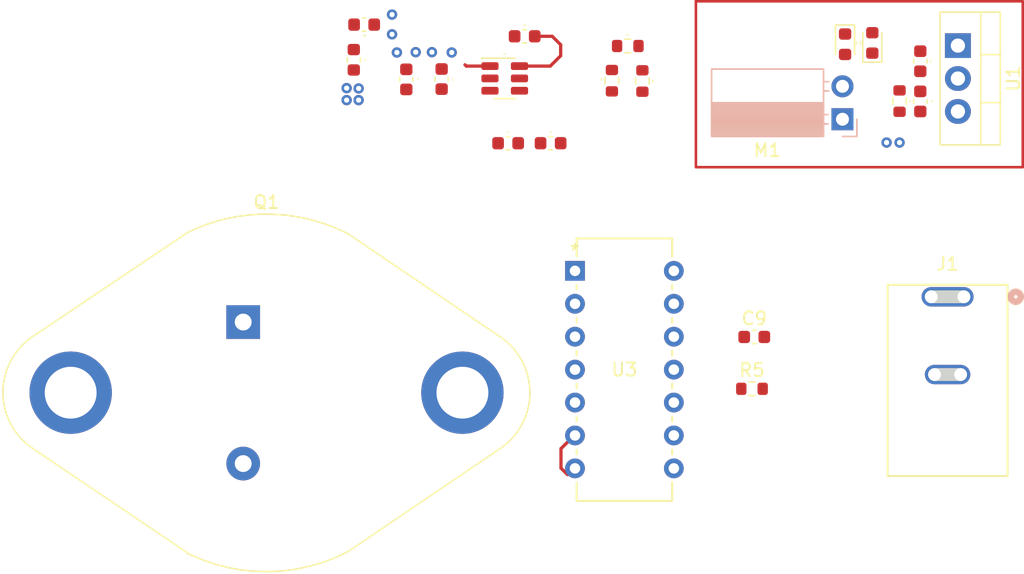
<source format=kicad_pcb>
(kicad_pcb (version 20221018) (generator pcbnew)
  (layers (0 "F.Cu" signal) (31 "B.Cu" signal) (34 "B.Paste" user) (35 "F.Paste" user) (36 "B.SilkS" user "B.Silkscreen") (37 "F.SilkS" user "F.Silkscreen") (38 "B.Mask" user) (39 "F.Mask" user) (44 "Edge.Cuts" user))
  (net 0 "")
  (net 1 "+24V")
  (net 2 "GND")
  (net 3 "+12V")
  (net 4 "Net-(U2-SW)")
  (net 5 "Net-(U2-BOOT)")
  (net 6 "/+V")
  (net 7 "Net-(C8-Pad2)")
  (net 8 "/comp")
  (net 9 "Net-(C9-Pad2)")
  (net 10 "Net-(LED1-Pad2)")
  (net 11 "/V_out")
  (net 12 "/I_Lim")
  (net 13 "Net-(U2-EN)")
  (net 14 "Net-(R4-Pad1)")
  (net 15 "Net-(R5-Pad2)")
  (net 17 "/I_sen")
  (net 18 "/NInverting")
  (footprint "Capacitor_SMD:C_0603_1608Metric" (layer "F.Cu") (at 160.425 86.15)
    (fp_text reference "C7" (at 0 -0.85) (layer "F.SilkS") (effects (font (size 0.1 0.1) (thickness 0.025))))
    (fp_text value "22uF")
    (fp_line (start -0.14058 -0.51) (end 0.14058 -0.51) (stroke (width 0.12)) (layer "F.SilkS"))
    (fp_line (start -0.14058 0.51) (end 0.14058 0.51) (stroke (width 0.12)) (layer "F.SilkS"))
    (pad "1" smd roundrect (at -0.775 0) (size 0.9 0.95) (layers "F.Cu" "F.Paste" "F.Mask") (net 2 "GND"))
    (pad "2" smd roundrect (at 0.775 0) (size 0.9 0.95) (layers "F.Cu" "F.Paste" "F.Mask") (net 6 "/+V"))
  )
  (footprint "Package_TO_SOT_THT:TO-3" (layer "F.Cu") (at 140 99.95)
    (fp_text reference "Q1" (at 1.8 -9.25) (layer "F.SilkS"))
    (fp_text value "2N3055")
    (fp_line (start -4.3 -6.9) (end -16.2 1.1) (stroke (width 0.12)) (layer "F.SilkS"))
    (fp_line (start -4.3 17.8) (end -16.3 9.7) (stroke (width 0.12)) (layer "F.SilkS"))
    (fp_line (start 8.1 -6.8) (end 19.9 1.2) (stroke (width 0.12)) (layer "F.SilkS"))
    (fp_line (start 8.1 17.7) (end 19.9 9.7) (stroke (width 0.12)) (layer "F.SilkS"))
    (fp_arc (start -16.3 9.7) (mid -18.519226 5.373614) (end -16.2 1.1) (stroke (width 0.12)) (layer "F.SilkS"))
    (fp_arc (start -4.3 -6.9) (mid 1.911888 -8.324079) (end 8.1 -6.8) (stroke (width 0.12)) (layer "F.SilkS"))
    (fp_arc (start 8.1 17.7) (mid 1.902495 19.252998) (end -4.325 17.825) (stroke (width 0.12)) (layer "F.SilkS"))
    (fp_arc (start 19.9 1.2) (mid 22.102159 5.45) (end 19.9 9.7) (stroke (width 0.12)) (layer "F.SilkS"))
    (pad "1" thru_hole rect (at 0 0) (size 2.6 2.6) (drill 1.3) (layers "*.Cu" "*.Mask") (net 11 "/V_out"))
    (pad "2" thru_hole circle (at 0 10.92) (size 2.6 2.6) (drill 1.3) (layers "*.Cu" "*.Mask") (net 12 "/I_Lim"))
    (pad "3" thru_hole circle (at -13.3 5.45) (size 6.35 6.35) (drill 4) (layers "*.Cu" "*.Mask") (net 6 "/+V"))
    (pad "3" thru_hole circle (at 16.9 5.45) (size 6.35 6.35) (drill 4) (layers "*.Cu" "*.Mask") (net 6 "/+V"))
  )
  (footprint "Package_TO_SOT_THT:TO-220-3_Vertical" (layer "F.Cu") (at 195.1 78.62 -90)
    (fp_text reference "U1" (at 2.54 -4.27 90) (layer "F.SilkS"))
    (fp_text value "LM7812_TO220")
    (fp_line (start -2.58 -3.27) (end -2.58 1.371) (stroke (width 0.12)) (layer "F.SilkS"))
    (fp_line (start -2.58 -3.27) (end 7.66 -3.27) (stroke (width 0.12)) (layer "F.SilkS"))
    (fp_line (start -2.58 -1.76) (end 7.66 -1.76) (stroke (width 0.12)) (layer "F.SilkS"))
    (fp_line (start -2.58 1.371) (end 7.66 1.371) (stroke (width 0.12)) (layer "F.SilkS"))
    (fp_line (start 0.69 -3.27) (end 0.69 -1.76) (stroke (width 0.12)) (layer "F.SilkS"))
    (fp_line (start 4.391 -3.27) (end 4.391 -1.76) (stroke (width 0.12)) (layer "F.SilkS"))
    (fp_line (start 7.66 -3.27) (end 7.66 1.371) (stroke (width 0.12)) (layer "F.SilkS"))
    (pad "1" thru_hole rect (at 0 0 270) (size 1.905 2) (drill 1.1) (layers "*.Cu" "*.Mask") (net 1 "+24V"))
    (pad "2" thru_hole oval (at 2.54 0 270) (size 1.905 2) (drill 1.1) (layers "*.Cu" "*.Mask") (net 2 "GND"))
    (pad "3" thru_hole oval (at 5.08 0 270) (size 1.905 2) (drill 1.1) (layers "*.Cu" "*.Mask") (net 3 "+12V"))
  )
  (footprint "Capacitor_SMD:C_0603_1608Metric" (layer "F.Cu") (at 192.2 82.925 -90)
    (fp_text reference "C3" (at 0 -0.9 90) (layer "F.SilkS") (effects (font (size 0.1 0.1) (thickness 0.025))))
    (fp_text value "CL10A105KL8NNNC")
    (fp_line (start -0.14058 -0.51) (end 0.14058 -0.51) (stroke (width 0.12)) (layer "F.SilkS"))
    (fp_line (start -0.14058 0.51) (end 0.14058 0.51) (stroke (width 0.12)) (layer "F.SilkS"))
    (pad "1" smd roundrect (at -0.775 0 270) (size 0.9 0.95) (layers "F.Cu" "F.Paste" "F.Mask") (net 2 "GND"))
    (pad "2" smd roundrect (at 0.775 0 270) (size 0.9 0.95) (layers "F.Cu" "F.Paste" "F.Mask") (net 3 "+12V"))
  )
  (footprint "Capacitor_SMD:C_0603_1608Metric" (layer "F.Cu") (at 192.2 79.825 -90)
    (fp_text reference "C1" (at 0 -0.8 90) (layer "F.SilkS") (effects (font (size 0.1 0.1) (thickness 0.025))))
    (fp_text value "CL10A105KL8NNNC")
    (fp_line (start -0.14058 -0.51) (end 0.14058 -0.51) (stroke (width 0.12)) (layer "F.SilkS"))
    (fp_line (start -0.14058 0.51) (end 0.14058 0.51) (stroke (width 0.12)) (layer "F.SilkS"))
    (pad "1" smd roundrect (at -0.775 0 270) (size 0.9 0.95) (layers "F.Cu" "F.Paste" "F.Mask") (net 1 "+24V"))
    (pad "2" smd roundrect (at 0.775 0 270) (size 0.9 0.95) (layers "F.Cu" "F.Paste" "F.Mask") (net 2 "GND"))
  )
  (footprint "Capacitor_SMD:C_0603_1608Metric" (layer "F.Cu") (at 155.3 81.2 -90)
    (fp_text reference "C4" (at 0.025 -0.85 90) (layer "F.SilkS") (effects (font (size 0.1 0.1) (thickness 0.025))))
    (fp_text value "0.1uF")
    (fp_line (start -0.14058 -0.51) (end 0.14058 -0.51) (stroke (width 0.12)) (layer "F.SilkS"))
    (fp_line (start -0.14058 0.51) (end 0.14058 0.51) (stroke (width 0.12)) (layer "F.SilkS"))
    (pad "1" smd roundrect (at -0.775 0 270) (size 0.9 0.95) (layers "F.Cu" "F.Paste" "F.Mask") (net 2 "GND"))
    (pad "2" smd roundrect (at 0.775 0 270) (size 0.9 0.95) (layers "F.Cu" "F.Paste" "F.Mask") (net 1 "+24V"))
  )
  (footprint "Capacitor_SMD:C_0603_1608Metric" (layer "F.Cu") (at 152.575 81.225 -90)
    (fp_text reference "C2" (at -0.025 -0.9 90) (layer "F.SilkS") (effects (font (size 0.1 0.1) (thickness 0.025))))
    (fp_text value "10uF")
    (fp_line (start -0.14058 -0.51) (end 0.14058 -0.51) (stroke (width 0.12)) (layer "F.SilkS"))
    (fp_line (start -0.14058 0.51) (end 0.14058 0.51) (stroke (width 0.12)) (layer "F.SilkS"))
    (pad "1" smd roundrect (at -0.775 0 270) (size 0.9 0.95) (layers "F.Cu" "F.Paste" "F.Mask") (net 2 "GND"))
    (pad "2" smd roundrect (at 0.775 0 270) (size 0.9 0.95) (layers "F.Cu" "F.Paste" "F.Mask") (net 1 "+24V"))
  )
  (footprint "Library:DIP-14_STM" (layer "F.Cu") (at 165.58 96)
    (fp_text reference "U3" (at 3.81 7.62 unlocked) (layer "F.SilkS"))
    (fp_text value "LM723CN")
    (fp_text user "*" (at 0 -1.524 unlocked) (layer "F.SilkS"))
    (fp_text user "*" (at 0 -1.524) (layer "F.SilkS"))
    (fp_line (start 0.127 -2.5019) (end 0.127 -1.09474) (stroke (width 0.1524)) (layer "F.SilkS"))
    (fp_line (start 0.127 1.09474) (end 0.127 1.452652) (stroke (width 0.1524)) (layer "F.SilkS"))
    (fp_line (start 0.127 3.627348) (end 0.127 3.992652) (stroke (width 0.1524)) (layer "F.SilkS"))
    (fp_line (start 0.127 6.167348) (end 0.127 6.532652) (stroke (width 0.1524)) (layer "F.SilkS"))
    (fp_line (start 0.127 8.707348) (end 0.127 9.072652) (stroke (width 0.1524)) (layer "F.SilkS"))
    (fp_line (start 0.127 11.247348) (end 0.127 11.612652) (stroke (width 0.1524)) (layer "F.SilkS"))
    (fp_line (start 0.127 13.787348) (end 0.127 14.152652) (stroke (width 0.1524)) (layer "F.SilkS"))
    (fp_line (start 0.127 16.327348) (end 0.127 17.7419) (stroke (width 0.1524)) (layer "F.SilkS"))
    (fp_line (start 0.127 17.7419) (end 7.493 17.7419) (stroke (width 0.1524)) (layer "F.SilkS"))
    (fp_line (start 7.493 -2.5019) (end 0.127 -2.5019) (stroke (width 0.1524)) (layer "F.SilkS"))
    (fp_line (start 7.493 -1.087348) (end 7.493 -2.5019) (stroke (width 0.1524)) (layer "F.SilkS"))
    (fp_line (start 7.493 1.452652) (end 7.493 1.087348) (stroke (width 0.1524)) (layer "F.SilkS"))
    (fp_line (start 7.493 3.992652) (end 7.493 3.627348) (stroke (width 0.1524)) (layer "F.SilkS"))
    (fp_line (start 7.493 6.532652) (end 7.493 6.167348) (stroke (width 0.1524)) (layer "F.SilkS"))
    (fp_line (start 7.493 9.072652) (end 7.493 8.707348) (stroke (width 0.1524)) (layer "F.SilkS"))
    (fp_line (start 7.493 11.612652) (end 7.493 11.247348) (stroke (width 0.1524)) (layer "F.SilkS"))
    (fp_line (start 7.493 14.152652) (end 7.493 13.787348) (stroke (width 0.1524)) (layer "F.SilkS"))
    (fp_line (start 7.493 17.7419) (end 7.493 16.327348) (stroke (width 0.1524)) (layer "F.SilkS"))
    (pad "1" thru_hole rect (at 0 0) (size 1.524 1.524) (drill 0.8128) (layers "*.Cu" "*.Mask"))
    (pad "2" thru_hole circle (at 0 2.54) (size 1.524 1.524) (drill 0.8128) (layers "*.Cu" "*.Mask") (net 12 "/I_Lim"))
    (pad "3" thru_hole circle (at 0 5.08) (size 1.524 1.524) (drill 0.8128) (layers "*.Cu" "*.Mask") (net 17 "/I_sen"))
    (pad "4" thru_hole circle (at 0 7.62) (size 1.524 1.524) (drill 0.8128) (layers "*.Cu" "*.Mask") (net 2 "GND"))
    (pad "5" thru_hole circle (at 0 10.16) (size 1.524 1.524) (drill 0.8128) (layers "*.Cu" "*.Mask") (net 18 "/NInverting"))
    (pad "6" thru_hole circle (at 0 12.7) (size 1.524 1.524) (drill 0.8128) (layers "*.Cu" "*.Mask") (net 18 "/NInverting"))
    (pad "7" thru_hole circle (at 0 15.24) (size 1.524 1.524) (drill 0.8128) (layers "*.Cu" "*.Mask") (net 2 "GND"))
    (pad "8" thru_hole circle (at 7.62 15.24) (size 1.524 1.524) (drill 0.8128) (layers "*.Cu" "*.Mask"))
    (pad "9" thru_hole circle (at 7.62 12.7) (size 1.524 1.524) (drill 0.8128) (layers "*.Cu" "*.Mask") (net 8 "/comp"))
    (pad "10" thru_hole circle (at 7.62 10.16) (size 1.524 1.524) (drill 0.8128) (layers "*.Cu" "*.Mask") (net 6 "/+V"))
    (pad "11" thru_hole circle (at 7.62 7.62) (size 1.524 1.524) (drill 0.8128) (layers "*.Cu" "*.Mask") (net 6 "/+V"))
    (pad "12" thru_hole circle (at 7.62 5.08) (size 1.524 1.524) (drill 0.8128) (layers "*.Cu" "*.Mask") (net 11 "/V_out"))
    (pad "13" thru_hole circle (at 7.62 2.54) (size 1.524 1.524) (drill 0.8128) (layers "*.Cu" "*.Mask"))
    (pad "14" thru_hole circle (at 7.62 0) (size 1.524 1.524) (drill 0.8128) (layers "*.Cu" "*.Mask"))
  )
  (footprint "Inductor_SMD:L_0603_1608Metric" (layer "F.Cu") (at 148.525 79.7125 -90)
    (fp_text reference "L1" (at 0 -0.875 90) (layer "F.SilkS") (effects (font (size 0.1 0.1) (thickness 0.025))))
    (fp_text value "10uH")
    (fp_line (start -0.162779 -0.51) (end 0.162779 -0.51) (stroke (width 0.12)) (layer "F.SilkS"))
    (fp_line (start -0.162779 0.51) (end 0.162779 0.51) (stroke (width 0.12)) (layer "F.SilkS"))
    (pad "1" smd roundrect (at -0.7875 0 270) (size 0.875 0.95) (layers "F.Cu" "F.Paste" "F.Mask") (net 6 "/+V"))
    (pad "2" smd roundrect (at 0.7875 0 270) (size 0.875 0.95) (layers "F.Cu" "F.Paste" "F.Mask") (net 4 "Net-(U2-SW)"))
  )
  (footprint "Capacitor_SMD:C_0603_1608Metric" (layer "F.Cu") (at 179.4 101.1)
    (fp_text reference "C9" (at 0 -1.43) (layer "F.SilkS"))
    (fp_text value "04025C501KAT2A")
    (fp_line (start -0.14058 -0.51) (end 0.14058 -0.51) (stroke (width 0.12)) (layer "F.SilkS"))
    (fp_line (start -0.14058 0.51) (end 0.14058 0.51) (stroke (width 0.12)) (layer "F.SilkS"))
    (pad "1" smd roundrect (at -0.775 0) (size 0.9 0.95) (layers "F.Cu" "F.Paste" "F.Mask") (net 8 "/comp"))
    (pad "2" smd roundrect (at 0.775 0) (size 0.9 0.95) (layers "F.Cu" "F.Paste" "F.Mask") (net 9 "Net-(C9-Pad2)"))
  )
  (footprint "Resistor_SMD:R_0603_1608Metric" (layer "F.Cu") (at 168.425 81.325 90)
    (fp_text reference "R3" (at 0.1 -0.8 90) (layer "F.SilkS") (effects (font (size 0.1 0.1) (thickness 0.025))))
    (fp_text value "105kΩ")
    (fp_line (start -0.237258 -0.5225) (end 0.237258 -0.5225) (stroke (width 0.12)) (layer "F.SilkS"))
    (fp_line (start -0.237258 0.5225) (end 0.237258 0.5225) (stroke (width 0.12)) (layer "F.SilkS"))
    (pad "1" smd roundrect (at -0.825 0 90) (size 0.8 0.95) (layers "F.Cu" "F.Paste" "F.Mask") (net 13 "Net-(U2-EN)"))
    (pad "2" smd roundrect (at 0.825 0 90) (size 0.8 0.95) (layers "F.Cu" "F.Paste" "F.Mask") (net 2 "GND"))
  )
  (footprint "Resistor_SMD:R_0603_1608Metric" (layer "F.Cu") (at 169.65 78.65)
    (fp_text reference "R4" (at 0 -0.85) (layer "F.SilkS") (effects (font (size 0.1 0.1) (thickness 0.025))))
    (fp_text value "49.9Ω")
    (fp_line (start -0.237258 -0.5225) (end 0.237258 -0.5225) (stroke (width 0.12)) (layer "F.SilkS"))
    (fp_line (start -0.237258 0.5225) (end 0.237258 0.5225) (stroke (width 0.12)) (layer "F.SilkS"))
    (pad "1" smd roundrect (at -0.825 0) (size 0.8 0.95) (layers "F.Cu" "F.Paste" "F.Mask") (net 14 "Net-(R4-Pad1)"))
    (pad "2" smd roundrect (at 0.825 0) (size 0.8 0.95) (layers "F.Cu" "F.Paste" "F.Mask") (net 6 "/+V"))
  )
  (footprint "Diode_SMD:D_0603_1608Metric" (layer "F.Cu") (at 186.4 78.5125 -90)
    (fp_text reference "CR1" (at -0.1125 -0.9 90) (layer "F.SilkS") (effects (font (size 0.1 0.1) (thickness 0.025))))
    (fp_text value "SS34-E3/57T")
    (fp_line (start -1.485 -0.735) (end -1.485 0.735) (stroke (width 0.12)) (layer "F.SilkS"))
    (fp_line (start -1.485 0.735) (end 0.8 0.735) (stroke (width 0.12)) (layer "F.SilkS"))
    (fp_line (start 0.8 -0.735) (end -1.485 -0.735) (stroke (width 0.12)) (layer "F.SilkS"))
    (pad "1" smd roundrect (at -0.7875 0 270) (size 0.875 0.95) (layers "F.Cu" "F.Paste" "F.Mask") (net 3 "+12V"))
    (pad "2" smd roundrect (at 0.7875 0 270) (size 0.875 0.95) (layers "F.Cu" "F.Paste" "F.Mask") (net 2 "GND"))
  )
  (footprint "Capacitor_SMD:C_0603_1608Metric" (layer "F.Cu") (at 163.7 86.15)
    (fp_text reference "C6" (at 0 -0.85) (layer "F.SilkS") (effects (font (size 0.1 0.1) (thickness 0.025))))
    (fp_text value "22uF")
    (fp_line (start -0.14058 -0.51) (end 0.14058 -0.51) (stroke (width 0.12)) (layer "F.SilkS"))
    (fp_line (start -0.14058 0.51) (end 0.14058 0.51) (stroke (width 0.12)) (layer "F.SilkS"))
    (pad "1" smd roundrect (at -0.775 0) (size 0.9 0.95) (layers "F.Cu" "F.Paste" "F.Mask") (net 2 "GND"))
    (pad "2" smd roundrect (at 0.775 0) (size 0.9 0.95) (layers "F.Cu" "F.Paste" "F.Mask") (net 6 "/+V"))
  )
  (footprint "Capacitor_SMD:C_0603_1608Metric" (layer "F.Cu") (at 149.325 77 180)
    (fp_text reference "C8" (at -0.025 -0.85) (layer "F.SilkS") (effects (font (size 0.1 0.1) (thickness 0.025))))
    (fp_text value "75pF")
    (fp_line (start -0.14058 -0.51) (end 0.14058 -0.51) (stroke (width 0.12)) (layer "F.SilkS"))
    (fp_line (start -0.14058 0.51) (end 0.14058 0.51) (stroke (width 0.12)) (layer "F.SilkS"))
    (pad "1" smd roundrect (at -0.775 0 180) (size 0.9 0.95) (layers "F.Cu" "F.Paste" "F.Mask") (net 2 "GND"))
    (pad "2" smd roundrect (at 0.775 0 180) (size 0.9 0.95) (layers "F.Cu" "F.Paste" "F.Mask") (net 7 "Net-(C8-Pad2)"))
  )
  (footprint "Library:CONN1x2_PJ-037A_CUD" (layer "F.Cu") (at 194.3033 97.999999)
    (fp_text reference "J1" (at 0 -2.54 unlocked) (layer "F.SilkS"))
    (fp_text value "PJ-037A")
    (fp_circle (center 5.2578 0) (end 5.6388 0) (stroke (width 0.508)) (fill none) (layer "B.SilkS"))
    (fp_line (start -4.6228 -0.926998) (end -4.6228 13.830402) (stroke (width 0.1524)) (layer "F.SilkS"))
    (fp_line (start -4.6228 13.830402) (end 4.6228 13.830402) (stroke (width 0.1524)) (layer "F.SilkS"))
    (fp_line (start 4.6228 -0.926998) (end -4.6228 -0.926998) (stroke (width 0.1524)) (layer "F.SilkS"))
    (fp_line (start 4.6228 13.830402) (end 4.6228 -0.926998) (stroke (width 0.1524)) (layer "F.SilkS"))
    (fp_circle (center 5.2578 0) (end 5.6388 0) (stroke (width 0.508)) (fill none) (layer "F.SilkS"))
    (fp_line (start -1.2573 0) (end 1.2573 0) (stroke (width 0.9906)) (layer "Edge.Cuts"))
    (fp_line (start -1.0033 6.000001) (end 1.0033 6.000001) (stroke (width 0.9906)) (layer "Edge.Cuts"))
    (pad "" np_thru_hole circle (at -1.2573 0) (size 0.9906 0.9906) (drill 0.9906) (layers "*.Cu" "*.Mask"))
    (pad "" np_thru_hole circle (at -1.0033 6.000001) (size 0.9906 0.9906) (drill 0.9906) (layers "*.Cu" "*.Mask"))
    (pad "" np_thru_hole circle (at 1.0033 6.000001) (size 0.9906 0.9906) (drill 0.9906) (layers "*.Cu" "*.Mask"))
    (pad "" np_thru_hole circle (at 1.2573 0) (size 0.9906 0.9906) (drill 0.9906) (layers "*.Cu" "*.Mask"))
    (pad "1" thru_hole oval (at 0 0) (size 4.0132 1.4986) (drill 0.0254) (layers "*.Cu" "*.Mask") (net 2 "GND"))
    (pad "2" thru_hole oval (at 0 6.000001) (size 3.5052 1.4986) (drill 0.0254) (layers "*.Cu" "*.Mask") (net 1 "+24V"))
  )
  (footprint "Resistor_SMD:R_0603_1608Metric" (layer "F.Cu") (at 170.775 81.35 -90)
    (fp_text reference "R2" (at 0 -0.8 90) (layer "F.SilkS") (effects (font (size 0.1 0.1) (thickness 0.025))))
    (fp_text value "511kΩ")
    (fp_line (start -0.237258 -0.5225) (end 0.237258 -0.5225) (stroke (width 0.12)) (layer "F.SilkS"))
    (fp_line (start -0.237258 0.5225) (end 0.237258 0.5225) (stroke (width 0.12)) (layer "F.SilkS"))
    (pad "1" smd roundrect (at -0.825 0 270) (size 0.8 0.95) (layers "F.Cu" "F.Paste" "F.Mask") (net 1 "+24V"))
    (pad "2" smd roundrect (at 0.825 0 270) (size 0.8 0.95) (layers "F.Cu" "F.Paste" "F.Mask") (net 13 "Net-(U2-EN)"))
  )
  (footprint "LED_SMD:LED_0603_1608Metric" (layer "F.Cu") (at 188.5 78.4125 90)
    (fp_text reference "LED1" (at 0 -0.9 90) (layer "F.SilkS") (effects (font (size 0.1 0.1) (thickness 0.025))))
    (fp_text value "5988A10107F")
    (fp_line (start -1.485 -0.735) (end -1.485 0.735) (stroke (width 0.12)) (layer "F.SilkS"))
    (fp_line (start -1.485 0.735) (end 0.8 0.735) (stroke (width 0.12)) (layer "F.SilkS"))
    (fp_line (start 0.8 -0.735) (end -1.485 -0.735) (stroke (width 0.12)) (layer "F.SilkS"))
    (pad "1" smd roundrect (at -0.7875 0 90) (size 0.875 0.95) (layers "F.Cu" "F.Paste" "F.Mask") (net 2 "GND"))
    (pad "2" smd roundrect (at 0.7875 0 90) (size 0.875 0.95) (layers "F.Cu" "F.Paste" "F.Mask") (net 10 "Net-(LED1-Pad2)"))
  )
  (footprint "Package_TO_SOT_SMD:SOT-23-6" (layer "F.Cu") (at 160.1625 81.15)
    (fp_text reference "U2" (at -0.0125 -1.875) (layer "F.SilkS") (effects (font (size 0.1 0.1) (thickness 0.025))))
    (fp_text value "TPS54302")
    (fp_line (start 0 -1.56) (end -1.8 -1.56) (stroke (width 0.12)) (layer "F.SilkS"))
    (fp_line (start 0 -1.56) (end 0.8 -1.56) (stroke (width 0.12)) (layer "F.SilkS"))
    (fp_line (start 0 1.56) (end -0.8 1.56) (stroke (width 0.12)) (layer "F.SilkS"))
    (fp_line (start 0 1.56) (end 0.8 1.56) (stroke (width 0.12)) (layer "F.SilkS"))
    (pad "1" smd roundrect (at -1.1375 -0.95) (size 1.325 0.6) (layers "F.Cu" "F.Paste" "F.Mask") (net 2 "GND"))
    (pad "2" smd roundrect (at -1.1375 0) (size 1.325 0.6) (layers "F.Cu" "F.Paste" "F.Mask") (net 4 "Net-(U2-SW)"))
    (pad "3" smd roundrect (at -1.1375 0.95) (size 1.325 0.6) (layers "F.Cu" "F.Paste" "F.Mask") (net 1 "+24V"))
    (pad "4" smd roundrect (at 1.1375 0.95) (size 1.325 0.6) (layers "F.Cu" "F.Paste" "F.Mask") (net 2 "GND"))
    (pad "5" smd roundrect (at 1.1375 0) (size 1.325 0.6) (layers "F.Cu" "F.Paste" "F.Mask") (net 13 "Net-(U2-EN)"))
    (pad "6" smd roundrect (at 1.1375 -0.95) (size 1.325 0.6) (layers "F.Cu" "F.Paste" "F.Mask") (net 5 "Net-(U2-BOOT)"))
  )
  (footprint "Resistor_SMD:R_0603_1608Metric" (layer "F.Cu") (at 179.225 105.1)
    (fp_text reference "R5" (at 0 -1.43) (layer "F.SilkS"))
    (fp_text value "RC0603FR-0710RL")
    (fp_line (start -0.237258 -0.5225) (end 0.237258 -0.5225) (stroke (width 0.12)) (layer "F.SilkS"))
    (fp_line (start -0.237258 0.5225) (end 0.237258 0.5225) (stroke (width 0.12)) (layer "F.SilkS"))
    (pad "1" smd roundrect (at -0.825 0) (size 0.8 0.95) (layers "F.Cu" "F.Paste" "F.Mask") (net 12 "/I_Lim"))
    (pad "2" smd roundrect (at 0.825 0) (size 0.8 0.95) (layers "F.Cu" "F.Paste" "F.Mask") (net 15 "Net-(R5-Pad2)"))
  )
  (footprint "Capacitor_SMD:C_0603_1608Metric" (layer "F.Cu") (at 161.7 77.9)
    (fp_text reference "C5" (at 0 -0.85) (layer "F.SilkS") (effects (font (size 0.1 0.1) (thickness 0.025))))
    (fp_text value "0.1uF")
    (fp_line (start -0.14058 -0.51) (end 0.14058 -0.51) (stroke (width 0.12)) (layer "F.SilkS"))
    (fp_line (start -0.14058 0.51) (end 0.14058 0.51) (stroke (width 0.12)) (layer "F.SilkS"))
    (pad "1" smd roundrect (at -0.775 0) (size 0.9 0.95) (layers "F.Cu" "F.Paste" "F.Mask") (net 4 "Net-(U2-SW)"))
    (pad "2" smd roundrect (at 0.775 0) (size 0.9 0.95) (layers "F.Cu" "F.Paste" "F.Mask") (net 5 "Net-(U2-BOOT)"))
  )
  (footprint "Resistor_SMD:R_0603_1608Metric" (layer "F.Cu") (at 190.6 82.9 -90)
    (fp_text reference "R1" (at 0 -0.8 90) (layer "F.SilkS") (effects (font (size 0.1 0.1) (thickness 0.025))))
    (fp_text value "RN73R2ATTD2081A10")
    (fp_line (start -0.237258 -0.5225) (end 0.237258 -0.5225) (stroke (width 0.12)) (layer "F.SilkS"))
    (fp_line (start -0.237258 0.5225) (end 0.237258 0.5225) (stroke (width 0.12)) (layer "F.SilkS"))
    (pad "1" smd roundrect (at -0.825 0 270) (size 0.8 0.95) (layers "F.Cu" "F.Paste" "F.Mask") (net 10 "Net-(LED1-Pad2)"))
    (pad "2" smd roundrect (at 0.825 0 270) (size 0.8 0.95) (layers "F.Cu" "F.Paste" "F.Mask") (net 3 "+12V"))
  )
  (footprint "Connector_PinSocket_2.54mm:PinSocket_1x02_P2.54mm_Horizontal" (layer "B.Cu") (at 186.2 84.3)
    (fp_text reference "M1" (at -5.8 2.4) (layer "F.SilkS"))
    (fp_text value "Fan (MF40101V1-1000U-A99)")
    (fp_line (start -10.09 -3.87) (end -1.46 -3.87) (stroke (width 0.12)) (layer "B.SilkS"))
    (fp_line (start -10.09 -1.27) (end -1.46 -1.27) (stroke (width 0.12)) (layer "B.SilkS"))
    (fp_line (start -10.09 -1.1519) (end -1.46 -1.1519) (stroke (width 0.12)) (layer "B.SilkS"))
    (fp_line (start -10.09 -1.033805) (end -1.46 -1.033805) (stroke (width 0.12)) (layer "B.SilkS"))
    (fp_line (start -10.09 -0.91571) (end -1.46 -0.91571) (stroke (width 0.12)) (layer "B.SilkS"))
    (fp_line (start -10.09 -0.797615) (end -1.46 -0.797615) (stroke (width 0.12)) (layer "B.SilkS"))
    (fp_line (start -10.09 -0.67952) (end -1.46 -0.67952) (stroke (width 0.12)) (layer "B.SilkS"))
    (fp_line (start -10.09 -0.561425) (end -1.46 -0.561425) (stroke (width 0.12)) (layer "B.SilkS"))
    (fp_line (start -10.09 -0.44333) (end -1.46 -0.44333) (stroke (width 0.12)) (layer "B.SilkS"))
    (fp_line (start -10.09 -0.325235) (end -1.46 -0.325235) (stroke (width 0.12)) (layer "B.SilkS"))
    (fp_line (start -10.09 -0.20714) (end -1.46 -0.20714) (stroke (width 0.12)) (layer "B.SilkS"))
    (fp_line (start -10.09 -0.089045) (end -1.46 -0.089045) (stroke (width 0.12)) (layer "B.SilkS"))
    (fp_line (start -10.09 0.02905) (end -1.46 0.02905) (stroke (width 0.12)) (layer "B.SilkS"))
    (fp_line (start -10.09 0.147145) (end -1.46 0.147145) (stroke (width 0.12)) (layer "B.SilkS"))
    (fp_line (start -10.09 0.26524) (end -1.46 0.26524) (stroke (width 0.12)) (layer "B.SilkS"))
    (fp_line (start -10.09 0.383335) (end -1.46 0.383335) (stroke (width 0.12)) (layer "B.SilkS"))
    (fp_line (start -10.09 0.50143) (end -1.46 0.50143) (stroke (width 0.12)) (layer "B.SilkS"))
    (fp_line (start -10.09 0.619525) (end -1.46 0.619525) (stroke (width 0.12)) (layer "B.SilkS"))
    (fp_line (start -10.09 0.73762) (end -1.46 0.73762) (stroke (width 0.12)) (layer "B.SilkS"))
    (fp_line (start -10.09 0.855715) (end -1.46 0.855715) (stroke (width 0.12)) (layer "B.SilkS"))
    (fp_line (start -10.09 0.97381) (end -1.46 0.97381) (stroke (width 0.12)) (layer "B.SilkS"))
    (fp_line (start -10.09 1.091905) (end -1.46 1.091905) (stroke (width 0.12)) (layer "B.SilkS"))
    (fp_line (start -10.09 1.21) (end -1.46 1.21) (stroke (width 0.12)) (layer "B.SilkS"))
    (fp_line (start -10.09 1.33) (end -10.09 -3.87) (stroke (width 0.12)) (layer "B.SilkS"))
    (fp_line (start -10.09 1.33) (end -1.46 1.33) (stroke (width 0.12)) (layer "B.SilkS"))
    (fp_line (start -1.46 -2.9) (end -1.05 -2.9) (stroke (width 0.12)) (layer "B.SilkS"))
    (fp_line (start -1.46 -2.18) (end -1.05 -2.18) (stroke (width 0.12)) (layer "B.SilkS"))
    (fp_line (start -1.46 -0.36) (end -1.11 -0.36) (stroke (width 0.12)) (layer "B.SilkS"))
    (fp_line (start -1.46 0.36) (end -1.11 0.36) (stroke (width 0.12)) (layer "B.SilkS"))
    (fp_line (start -1.46 1.33) (end -1.46 -3.87) (stroke (width 0.12)) (layer "B.SilkS"))
    (fp_line (start 0 1.33) (end 1.11 1.33) (stroke (width 0.12)) (layer "B.SilkS"))
    (fp_line (start 1.11 1.33) (end 1.11 0) (stroke (width 0.12)) (layer "B.SilkS"))
    (pad "1" thru_hole rect (at 0 0) (size 1.7 1.7) (drill 1) (layers "*.Cu" "*.Mask") (net 3 "+12V"))
    (pad "2" thru_hole oval (at 0 -2.54) (size 1.7 1.7) (drill 1) (layers "*.Cu" "*.Mask") (net 2 "GND"))
  )
  (gr_rect (start 174.9 75.2) (end 200.1 88) (stroke (width 0.2)) (fill none) (layer "F.Cu"))
  (via (at 153.3 79.125) (size 0.8) (drill 0.4) (layers "F.Cu" "B.Cu") (net 0))
  (via (at 148.9 82.825) (size 0.8) (drill 0.4) (layers "F.Cu" "B.Cu") (net 0))
  (via (at 147.975 82.825) (size 0.8) (drill 0.4) (layers "F.Cu" "B.Cu") (net 0))
  (via (at 151.475 76.225) (size 0.8) (drill 0.4) (layers "F.Cu" "B.Cu") (net 0))
  (via (at 148.9 81.925) (size 0.8) (drill 0.4) (layers "F.Cu" "B.Cu") (net 0))
  (via (at 190.6 86.1) (size 0.8) (drill 0.4) (layers "F.Cu" "B.Cu") (net 0))
  (via (at 156.075 79.15) (size 0.8) (drill 0.4) (layers "F.Cu" "B.Cu") (net 0))
  (via (at 189.6 86.1) (size 0.8) (drill 0.4) (layers "F.Cu" "B.Cu") (net 0))
  (via (at 154.55 79.125) (size 0.8) (drill 0.4) (layers "F.Cu" "B.Cu") (net 0))
  (via (at 151.85 79.15) (size 0.8) (drill 0.4) (layers "F.Cu" "B.Cu") (net 0))
  (via (at 151.475 77.75) (size 0.8) (drill 0.4) (layers "F.Cu" "B.Cu") (net 0))
  (via (at 147.975 81.9) (size 0.8) (drill 0.4) (layers "F.Cu" "B.Cu") (net 0))
  (segment (start 158.925 82.2) (end 159.025 82.1) (width 0.25) (layer "F.Cu") (net 1))
  (segment (start 159.025 80.2) (end 157.2 80.2) (width 0.25) (layer "F.Cu") (net 2))
  (segment (start 157.2 80.2) (end 157.1 80.1) (width 0.25) (layer "F.Cu") (net 2))
  (segment (start 161.3 80.2) (end 163.675 80.2) (width 0.25) (layer "F.Cu") (net 5))
  (segment (start 164.475 78.55) (end 163.825 77.9) (width 0.25) (layer "F.Cu") (net 5))
  (segment (start 163.675 80.2) (end 164.475 79.4) (width 0.25) (layer "F.Cu") (net 5))
  (segment (start 163.825 77.9) (end 162.475 77.9) (width 0.25) (layer "F.Cu") (net 5))
  (segment (start 164.475 79.4) (end 164.475 78.55) (width 0.25) (layer "F.Cu") (net 5))
  (segment (start 164.5 109.72) (end 164.5 111.22) (width 0.25) (layer "F.Cu") (net 18))
  (segment (start 165.04 109.18) (end 164.5 109.72) (width 0.25) (layer "F.Cu") (net 18))
  (segment (start 164.5 111.22) (end 165 111.72) (width 0.25) (layer "F.Cu") (net 18))
)
</source>
